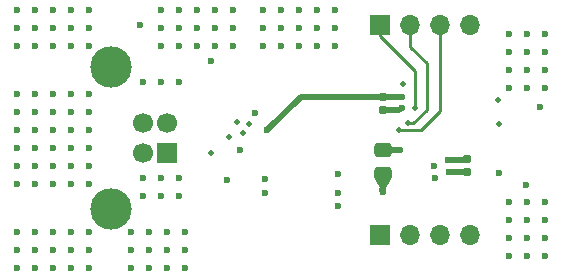
<source format=gbl>
%TF.GenerationSoftware,KiCad,Pcbnew,8.0.5*%
%TF.CreationDate,2024-10-10T11:51:51-04:00*%
%TF.ProjectId,dac,6461632e-6b69-4636-9164-5f7063625858,rev?*%
%TF.SameCoordinates,Original*%
%TF.FileFunction,Copper,L4,Bot*%
%TF.FilePolarity,Positive*%
%FSLAX46Y46*%
G04 Gerber Fmt 4.6, Leading zero omitted, Abs format (unit mm)*
G04 Created by KiCad (PCBNEW 8.0.5) date 2024-10-10 11:51:51*
%MOMM*%
%LPD*%
G01*
G04 APERTURE LIST*
G04 Aperture macros list*
%AMRoundRect*
0 Rectangle with rounded corners*
0 $1 Rounding radius*
0 $2 $3 $4 $5 $6 $7 $8 $9 X,Y pos of 4 corners*
0 Add a 4 corners polygon primitive as box body*
4,1,4,$2,$3,$4,$5,$6,$7,$8,$9,$2,$3,0*
0 Add four circle primitives for the rounded corners*
1,1,$1+$1,$2,$3*
1,1,$1+$1,$4,$5*
1,1,$1+$1,$6,$7*
1,1,$1+$1,$8,$9*
0 Add four rect primitives between the rounded corners*
20,1,$1+$1,$2,$3,$4,$5,0*
20,1,$1+$1,$4,$5,$6,$7,0*
20,1,$1+$1,$6,$7,$8,$9,0*
20,1,$1+$1,$8,$9,$2,$3,0*%
G04 Aperture macros list end*
%TA.AperFunction,ComponentPad*%
%ADD10R,1.700000X1.700000*%
%TD*%
%TA.AperFunction,ComponentPad*%
%ADD11O,1.700000X1.700000*%
%TD*%
%TA.AperFunction,ComponentPad*%
%ADD12C,1.700000*%
%TD*%
%TA.AperFunction,ComponentPad*%
%ADD13C,3.500000*%
%TD*%
%TA.AperFunction,SMDPad,CuDef*%
%ADD14RoundRect,0.155000X0.155000X-0.212500X0.155000X0.212500X-0.155000X0.212500X-0.155000X-0.212500X0*%
%TD*%
%TA.AperFunction,SMDPad,CuDef*%
%ADD15RoundRect,0.250000X0.475000X-0.337500X0.475000X0.337500X-0.475000X0.337500X-0.475000X-0.337500X0*%
%TD*%
%TA.AperFunction,SMDPad,CuDef*%
%ADD16RoundRect,0.155000X-0.155000X0.212500X-0.155000X-0.212500X0.155000X-0.212500X0.155000X0.212500X0*%
%TD*%
%TA.AperFunction,ViaPad*%
%ADD17C,0.600000*%
%TD*%
%TA.AperFunction,ViaPad*%
%ADD18C,0.500000*%
%TD*%
%TA.AperFunction,Conductor*%
%ADD19C,0.508000*%
%TD*%
%TA.AperFunction,Conductor*%
%ADD20C,0.254000*%
%TD*%
G04 APERTURE END LIST*
D10*
%TO.P,J2,1,Pin_1*%
%TO.N,VBUS*%
X99345000Y-95745000D03*
D11*
%TO.P,J2,2,Pin_2*%
%TO.N,GND*%
X101885000Y-95745000D03*
%TO.P,J2,3,Pin_3*%
%TO.N,/VOUTL*%
X104425000Y-95745000D03*
%TO.P,J2,4,Pin_4*%
%TO.N,/VOUTR*%
X106965000Y-95745000D03*
%TD*%
D10*
%TO.P,J1,1,VBUS*%
%TO.N,VUSB_CONN*%
X81250000Y-88795000D03*
D12*
%TO.P,J1,2,D-*%
%TO.N,/CONN_D-*%
X81250000Y-86295000D03*
%TO.P,J1,3,D+*%
%TO.N,/CONN_D+*%
X79250000Y-86295000D03*
%TO.P,J1,4,GND*%
%TO.N,GND*%
X79250000Y-88795000D03*
D13*
%TO.P,J1,5,Shield*%
%TO.N,CGND*%
X76540000Y-93565000D03*
X76540000Y-81525000D03*
%TD*%
D10*
%TO.P,J3,1,Pin_1*%
%TO.N,/HID0*%
X99345000Y-77965000D03*
D11*
%TO.P,J3,2,Pin_2*%
%TO.N,/HID1*%
X101885000Y-77965000D03*
%TO.P,J3,3,Pin_3*%
%TO.N,/HID2*%
X104425000Y-77965000D03*
%TO.P,J3,4,Pin_4*%
%TO.N,/~{SSPND}*%
X106965000Y-77965000D03*
%TD*%
D14*
%TO.P,C2,1*%
%TO.N,/VCCP1I*%
X106705000Y-90472500D03*
%TO.P,C2,2*%
%TO.N,GND*%
X106705000Y-89337500D03*
%TD*%
D15*
%TO.P,C1,1*%
%TO.N,/VCOM*%
X99536000Y-90617500D03*
%TO.P,C1,2*%
%TO.N,GND*%
X99536000Y-88542500D03*
%TD*%
D16*
%TO.P,C7,1*%
%TO.N,VBUS*%
X99535000Y-84047500D03*
%TO.P,C7,2*%
%TO.N,GND*%
X99535000Y-85182500D03*
%TD*%
D17*
%TO.N,/VCOM*%
X99565000Y-92100000D03*
%TO.N,GND*%
X74676000Y-88392000D03*
X90932000Y-78232000D03*
X87500000Y-88550000D03*
X71628000Y-76708000D03*
X70104000Y-78232000D03*
X71628000Y-78232000D03*
X86868000Y-76708000D03*
X111760000Y-80264000D03*
X86868000Y-78232000D03*
X80772000Y-82804000D03*
D18*
X85050000Y-88850000D03*
D17*
X74676000Y-85344000D03*
X82804000Y-97028000D03*
X92456000Y-78232000D03*
X82296000Y-82804000D03*
X71628000Y-89916000D03*
X81280000Y-95504000D03*
X113284000Y-94488000D03*
X70104000Y-83820000D03*
X110236000Y-96012000D03*
D18*
X109300000Y-84375000D03*
D17*
X90932000Y-79756000D03*
X110236000Y-81788000D03*
X68580000Y-88392000D03*
X73152000Y-95504000D03*
X113284000Y-78740000D03*
X74676000Y-98552000D03*
X111760000Y-96012000D03*
X101150000Y-85000000D03*
X110236000Y-80264000D03*
X79756000Y-98552000D03*
X70104000Y-88392000D03*
X74676000Y-86868000D03*
X68580000Y-86868000D03*
X71628000Y-79756000D03*
X89408000Y-76708000D03*
X95800000Y-93350000D03*
D18*
X88239600Y-86360000D03*
D17*
X68580000Y-76708000D03*
X79000000Y-78000000D03*
X79756000Y-95504000D03*
X68580000Y-89916000D03*
X70104000Y-86868000D03*
X111760000Y-97536000D03*
X82804000Y-95504000D03*
X68580000Y-98552000D03*
X112850000Y-84950000D03*
X110236000Y-94488000D03*
X111760000Y-83312000D03*
X85344000Y-78232000D03*
X74676000Y-79756000D03*
X70104000Y-95504000D03*
X73152000Y-97028000D03*
X73152000Y-89916000D03*
X73152000Y-98552000D03*
X100975000Y-88550000D03*
X74676000Y-83820000D03*
X109400000Y-90500000D03*
X113284000Y-80264000D03*
X80772000Y-76708000D03*
X110236000Y-78740000D03*
X73152000Y-79756000D03*
X81280000Y-97028000D03*
X92456000Y-76708000D03*
X68580000Y-78232000D03*
X73152000Y-88392000D03*
X78232000Y-97028000D03*
X70104000Y-97028000D03*
X82804000Y-98552000D03*
X113284000Y-81788000D03*
X68580000Y-95504000D03*
X80772000Y-90932000D03*
X113284000Y-96012000D03*
X71628000Y-98552000D03*
X68580000Y-83820000D03*
X95504000Y-76708000D03*
X70104000Y-76708000D03*
D18*
X86563200Y-87477600D03*
D17*
X89550000Y-91050000D03*
X74676000Y-95504000D03*
X111760000Y-94488000D03*
X110236000Y-92964000D03*
X113284000Y-92964000D03*
X71628000Y-83820000D03*
X89408000Y-78232000D03*
X86868000Y-79756000D03*
X80772000Y-92456000D03*
X103987600Y-90982800D03*
X70104000Y-98552000D03*
X78232000Y-95504000D03*
X93980000Y-78232000D03*
X89408000Y-79756000D03*
X82296000Y-79756000D03*
X79756000Y-97028000D03*
X105050000Y-89450000D03*
X68580000Y-85344000D03*
X74676000Y-89916000D03*
X95800000Y-90600000D03*
X71628000Y-97028000D03*
X81280000Y-98552000D03*
X111760000Y-81788000D03*
X73152000Y-83820000D03*
X73152000Y-78232000D03*
X71628000Y-88392000D03*
X70104000Y-79756000D03*
X70104000Y-91440000D03*
X88725000Y-85475000D03*
X95504000Y-79756000D03*
X73152000Y-76708000D03*
D18*
X109400000Y-86400000D03*
D17*
X95504000Y-78232000D03*
X70104000Y-85344000D03*
X95800000Y-92250000D03*
X71628000Y-86868000D03*
X74676000Y-97028000D03*
X79248000Y-90932000D03*
X73152000Y-86868000D03*
D18*
X101295200Y-82956400D03*
D17*
X83820000Y-78232000D03*
X103886000Y-89916000D03*
X68580000Y-97028000D03*
X82296000Y-92456000D03*
X79248000Y-92456000D03*
X92456000Y-79756000D03*
X73152000Y-91440000D03*
X70104000Y-89916000D03*
X74676000Y-78232000D03*
X85344000Y-79756000D03*
X71628000Y-85344000D03*
X82296000Y-90932000D03*
X68580000Y-79756000D03*
X79248000Y-82804000D03*
X71628000Y-91440000D03*
X93980000Y-79756000D03*
X83820000Y-76708000D03*
X82296000Y-78232000D03*
X89550000Y-92250000D03*
D18*
X87680800Y-87172800D03*
D17*
X85025000Y-81050000D03*
X74676000Y-76708000D03*
X86400000Y-91100000D03*
X110236000Y-97536000D03*
X82296000Y-76708000D03*
X78232000Y-98552000D03*
X111760000Y-78740000D03*
X113284000Y-83312000D03*
X83820000Y-79756000D03*
X68580000Y-91440000D03*
X80772000Y-78232000D03*
X111760000Y-92964000D03*
X73152000Y-85344000D03*
X85344000Y-76708000D03*
X110236000Y-83312000D03*
X71628000Y-95504000D03*
X113284000Y-97536000D03*
X90932000Y-76708000D03*
X80772000Y-79756000D03*
X111700000Y-91550000D03*
X93980000Y-76708000D03*
X74676000Y-91440000D03*
D18*
X87223600Y-86207600D03*
D17*
%TO.N,/VCCP1I*%
X105150000Y-90400000D03*
%TO.N,VBUS*%
X101150000Y-84050000D03*
X89750000Y-86900000D03*
D18*
%TO.N,/HID1*%
X101650000Y-86275000D03*
%TO.N,/HID2*%
X100930000Y-86920000D03*
%TO.N,/HID0*%
X102300000Y-85000000D03*
%TD*%
D19*
%TO.N,/VCOM*%
X99565000Y-90646500D02*
X99536000Y-90617500D01*
X99565000Y-92100000D02*
X99565000Y-90646500D01*
%TO.N,GND*%
X99536000Y-88542500D02*
X100967500Y-88542500D01*
X105050000Y-89450000D02*
X106592500Y-89450000D01*
X106592500Y-89450000D02*
X106705000Y-89337500D01*
X100967500Y-85182500D02*
X101150000Y-85000000D01*
X100967500Y-88542500D02*
X100975000Y-88550000D01*
X99535000Y-85182500D02*
X100967500Y-85182500D01*
%TO.N,/VCCP1I*%
X105222500Y-90472500D02*
X105150000Y-90400000D01*
X106705000Y-90472500D02*
X105222500Y-90472500D01*
%TO.N,VBUS*%
X99537500Y-84050000D02*
X99535000Y-84047500D01*
X89750000Y-86900000D02*
X92602500Y-84047500D01*
X92602500Y-84047500D02*
X99535000Y-84047500D01*
X101150000Y-84050000D02*
X99537500Y-84050000D01*
D20*
%TO.N,/HID1*%
X102150000Y-86275000D02*
X103275000Y-85150000D01*
X101650000Y-86275000D02*
X102150000Y-86275000D01*
X101885000Y-79860000D02*
X101885000Y-77965000D01*
X103275000Y-81250000D02*
X101885000Y-79860000D01*
X103275000Y-85150000D02*
X103275000Y-81250000D01*
%TO.N,/HID2*%
X100930000Y-86920000D02*
X102805000Y-86920000D01*
X102805000Y-86920000D02*
X104425000Y-85300000D01*
X104425000Y-85300000D02*
X104425000Y-77965000D01*
%TO.N,/HID0*%
X102300000Y-85000000D02*
X102300000Y-81900000D01*
X102300000Y-81900000D02*
X99345000Y-78945000D01*
X99345000Y-78945000D02*
X99345000Y-77965000D01*
%TD*%
%TA.AperFunction,Conductor*%
%TO.N,/VCOM*%
G36*
X99544211Y-90623999D02*
G01*
X100130646Y-91159558D01*
X100134444Y-91167667D01*
X100133189Y-91173492D01*
X99822251Y-91786095D01*
X99815451Y-91791922D01*
X99811818Y-91792500D01*
X99317781Y-91792500D01*
X99309508Y-91789073D01*
X99307629Y-91786617D01*
X98966788Y-91191763D01*
X98965649Y-91182881D01*
X98968712Y-91177628D01*
X99528094Y-90624319D01*
X99536385Y-90620938D01*
X99544211Y-90623999D01*
G37*
%TD.AperFunction*%
%TD*%
%TA.AperFunction,Conductor*%
%TO.N,/VCOM*%
G36*
X99816435Y-91503427D02*
G01*
X99819828Y-91510806D01*
X99864037Y-92087447D01*
X99861252Y-92095958D01*
X99853265Y-92100007D01*
X99852410Y-92100041D01*
X99565039Y-92100999D01*
X99564961Y-92100999D01*
X99277589Y-92100041D01*
X99269327Y-92096587D01*
X99265928Y-92088302D01*
X99265962Y-92087447D01*
X99310172Y-91510806D01*
X99314221Y-91502819D01*
X99321838Y-91500000D01*
X99808162Y-91500000D01*
X99816435Y-91503427D01*
G37*
%TD.AperFunction*%
%TD*%
M02*

</source>
